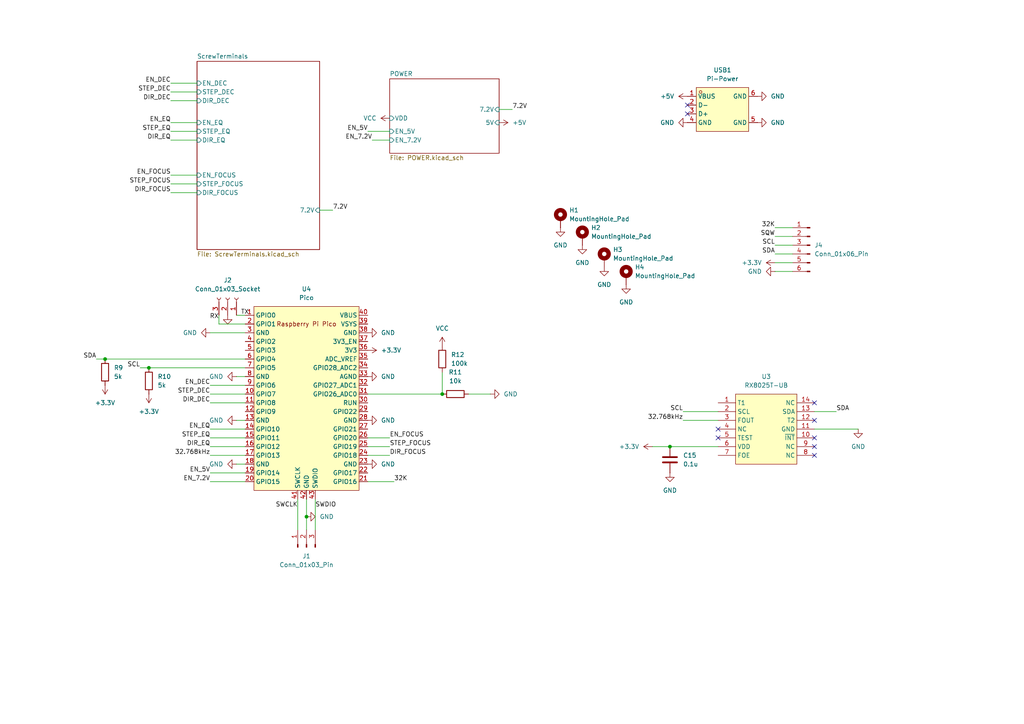
<source format=kicad_sch>
(kicad_sch (version 20231120) (generator "eeschema") (generator_version "8.0")
  (paper "A4")
  (lib_symbols
    (symbol "Connector:Conn_01x03_Pin" (pin_names (offset 1.016) hide)
      (property "Reference" "J" (at 0 5.08 0))
      (property "Value" "Conn_01x03_Pin" (at 0 -5.08 0))
      (symbol "Conn_01x03_Pin_1_1"
        (polyline (pts (xy 1.27 -2.54) (xy 0.8636 -2.54)) (stroke (width 0.1524)))
        (polyline (pts (xy 1.27 0) (xy 0.8636 0)) (stroke (width 0.1524)))
        (polyline (pts (xy 1.27 2.54) (xy 0.8636 2.54)) (stroke (width 0.1524)))
        (rectangle (start 0.8636 -2.413) (end 0 -2.667) (stroke (width 0.1524)) (fill (type outline)))
        (rectangle (start 0.8636 0.127) (end 0 -0.127) (stroke (width 0.1524)) (fill (type outline)))
        (rectangle (start 0.8636 2.667) (end 0 2.413) (stroke (width 0.1524)) (fill (type outline)))
        (pin passive line (at 5.08 2.54 180) (length 3.81) (name "Pin_1") (number "1"))
        (pin passive line (at 5.08 0 180) (length 3.81) (name "Pin_2") (number "2"))
        (pin passive line (at 5.08 -2.54 180) (length 3.81) (name "Pin_3") (number "3"))
      )
    )
    (symbol "Connector:Conn_01x03_Socket" (pin_names (offset 1.016) hide)
      (property "Reference" "J" (at 0 5.08 0))
      (property "Value" "Conn_01x03_Socket" (at 0 -5.08 0))
      (symbol "Conn_01x03_Socket_1_1"
        (arc (start 0 -2.032) (mid -0.5058 -2.54) (end 0 -3.048) (stroke (width 0.1524)))
        (polyline (pts (xy -1.27 -2.54) (xy -0.508 -2.54)) (stroke (width 0.1524)))
        (polyline (pts (xy -1.27 0) (xy -0.508 0)) (stroke (width 0.1524)))
        (polyline (pts (xy -1.27 2.54) (xy -0.508 2.54)) (stroke (width 0.1524)))
        (arc (start 0 0.508) (mid -0.5058 0) (end 0 -0.508) (stroke (width 0.1524)))
        (arc (start 0 3.048) (mid -0.5058 2.54) (end 0 2.032) (stroke (width 0.1524)))
        (pin passive line (at -5.08 2.54 0) (length 3.81) (name "Pin_1") (number "1"))
        (pin passive line (at -5.08 0 0) (length 3.81) (name "Pin_2") (number "2"))
        (pin passive line (at -5.08 -2.54 0) (length 3.81) (name "Pin_3") (number "3"))
      )
    )
    (symbol "Connector:Conn_01x06_Pin" (pin_names (offset 1.016) hide)
      (property "Reference" "J" (at 0 7.62 0))
      (property "Value" "Conn_01x06_Pin" (at 0 -10.16 0))
      (symbol "Conn_01x06_Pin_1_1"
        (polyline (pts (xy 1.27 -7.62) (xy 0.8636 -7.62)) (stroke (width 0.1524)))
        (polyline (pts (xy 1.27 -5.08) (xy 0.8636 -5.08)) (stroke (width 0.1524)))
        (polyline (pts (xy 1.27 -2.54) (xy 0.8636 -2.54)) (stroke (width 0.1524)))
        (polyline (pts (xy 1.27 0) (xy 0.8636 0)) (stroke (width 0.1524)))
        (polyline (pts (xy 1.27 2.54) (xy 0.8636 2.54)) (stroke (width 0.1524)))
        (polyline (pts (xy 1.27 5.08) (xy 0.8636 5.08)) (stroke (width 0.1524)))
        (rectangle (start 0.8636 -7.493) (end 0 -7.747) (stroke (width 0.1524)) (fill (type outline)))
        (rectangle (start 0.8636 -4.953) (end 0 -5.207) (stroke (width 0.1524)) (fill (type outline)))
        (rectangle (start 0.8636 -2.413) (end 0 -2.667) (stroke (width 0.1524)) (fill (type outline)))
        (rectangle (start 0.8636 0.127) (end 0 -0.127) (stroke (width 0.1524)) (fill (type outline)))
        (rectangle (start 0.8636 2.667) (end 0 2.413) (stroke (width 0.1524)) (fill (type outline)))
        (rectangle (start 0.8636 5.207) (end 0 4.953) (stroke (width 0.1524)) (fill (type outline)))
        (pin passive line (at 5.08 5.08 180) (length 3.81) (name "Pin_1") (number "1"))
        (pin passive line (at 5.08 2.54 180) (length 3.81) (name "Pin_2") (number "2"))
        (pin passive line (at 5.08 0 180) (length 3.81) (name "Pin_3") (number "3"))
        (pin passive line (at 5.08 -2.54 180) (length 3.81) (name "Pin_4") (number "4"))
        (pin passive line (at 5.08 -5.08 180) (length 3.81) (name "Pin_5") (number "5"))
        (pin passive line (at 5.08 -7.62 180) (length 3.81) (name "Pin_6") (number "6"))
      )
    )
    (symbol "Device:C" (pin_numbers hide) (pin_names (offset 0.254))
      (property "Reference" "C" (at 0.635 2.54 0))
      (property "Value" "C" (at 0.635 -2.54 0))
      (symbol "C_0_1"
        (polyline (pts (xy -2.032 -0.762) (xy 2.032 -0.762)) (stroke (width 0.508)))
        (polyline (pts (xy -2.032 0.762) (xy 2.032 0.762)) (stroke (width 0.508)))
      )
      (symbol "C_1_1"
        (pin passive line (at 0 3.81 270) (length 2.794) (name "~") (number "1"))
        (pin passive line (at 0 -3.81 90) (length 2.794) (name "~") (number "2"))
      )
    )
    (symbol "Device:R" (pin_numbers hide) (pin_names (offset 0))
      (property "Reference" "R" (at 2.032 0 90))
      (property "Value" "R" (at 0 0 90))
      (symbol "R_0_1"
        (rectangle (start -1.016 -2.54) (end 1.016 2.54) (stroke (width 0.254)))
      )
      (symbol "R_1_1"
        (pin passive line (at 0 3.81 270) (length 1.27) (name "~") (number "1"))
        (pin passive line (at 0 -3.81 90) (length 1.27) (name "~") (number "2"))
      )
    )
    (symbol "MCU_RaspberryPi_and_Boards:Pico"
      (property "Reference" "U" (at -13.97 27.94 0))
      (property "Value" "Pico" (at 0 19.05 0))
      (symbol "Pico_0_0"
        (text "Raspberry Pi Pico" (at 0 21.59 0) (effects (font (size 1.27 1.27))))
      )
      (symbol "Pico_0_1"
        (rectangle (start -15.24 26.67) (end 15.24 -26.67) (fill (type background)))
      )
      (symbol "Pico_1_1"
        (pin bidirectional line (at -17.78 24.13 0) (length 2.54) (name "GPIO0") (number "1"))
        (pin bidirectional line (at -17.78 1.27 0) (length 2.54) (name "GPIO7") (number "10"))
        (pin bidirectional line (at -17.78 -1.27 0) (length 2.54) (name "GPIO8") (number "11"))
        (pin bidirectional line (at -17.78 -3.81 0) (length 2.54) (name "GPIO9") (number "12"))
        (pin power_in line (at -17.78 -6.35 0) (length 2.54) (name "GND") (number "13"))
        (pin bidirectional line (at -17.78 -8.89 0) (length 2.54) (name "GPIO10") (number "14"))
        (pin bidirectional line (at -17.78 -11.43 0) (length 2.54) (name "GPIO11") (number "15"))
        (pin bidirectional line (at -17.78 -13.97 0) (length 2.54) (name "GPIO12") (number "16"))
        (pin bidirectional line (at -17.78 -16.51 0) (length 2.54) (name "GPIO13") (number "17"))
        (pin power_in line (at -17.78 -19.05 0) (length 2.54) (name "GND") (number "18"))
        (pin bidirectional line (at -17.78 -21.59 0) (length 2.54) (name "GPIO14") (number "19"))
        (pin bidirectional line (at -17.78 21.59 0) (length 2.54) (name "GPIO1") (number "2"))
        (pin bidirectional line (at -17.78 -24.13 0) (length 2.54) (name "GPIO15") (number "20"))
        (pin bidirectional line (at 17.78 -24.13 180) (length 2.54) (name "GPIO16") (number "21"))
        (pin bidirectional line (at 17.78 -21.59 180) (length 2.54) (name "GPIO17") (number "22"))
        (pin power_in line (at 17.78 -19.05 180) (length 2.54) (name "GND") (number "23"))
        (pin bidirectional line (at 17.78 -16.51 180) (length 2.54) (name "GPIO18") (number "24"))
        (pin bidirectional line (at 17.78 -13.97 180) (length 2.54) (name "GPIO19") (number "25"))
        (pin bidirectional line (at 17.78 -11.43 180) (length 2.54) (name "GPIO20") (number "26"))
        (pin bidirectional line (at 17.78 -8.89 180) (length 2.54) (name "GPIO21") (number "27"))
        (pin power_in line (at 17.78 -6.35 180) (length 2.54) (name "GND") (number "28"))
        (pin bidirectional line (at 17.78 -3.81 180) (length 2.54) (name "GPIO22") (number "29"))
        (pin power_in line (at -17.78 19.05 0) (length 2.54) (name "GND") (number "3"))
        (pin input line (at 17.78 -1.27 180) (length 2.54) (name "RUN") (number "30"))
        (pin bidirectional line (at 17.78 1.27 180) (length 2.54) (name "GPIO26_ADC0") (number "31"))
        (pin bidirectional line (at 17.78 3.81 180) (length 2.54) (name "GPIO27_ADC1") (number "32"))
        (pin power_in line (at 17.78 6.35 180) (length 2.54) (name "AGND") (number "33"))
        (pin bidirectional line (at 17.78 8.89 180) (length 2.54) (name "GPIO28_ADC2") (number "34"))
        (pin power_in line (at 17.78 11.43 180) (length 2.54) (name "ADC_VREF") (number "35"))
        (pin power_in line (at 17.78 13.97 180) (length 2.54) (name "3V3") (number "36"))
        (pin input line (at 17.78 16.51 180) (length 2.54) (name "3V3_EN") (number "37"))
        (pin bidirectional line (at 17.78 19.05 180) (length 2.54) (name "GND") (number "38"))
        (pin power_in line (at 17.78 21.59 180) (length 2.54) (name "VSYS") (number "39"))
        (pin bidirectional line (at -17.78 16.51 0) (length 2.54) (name "GPIO2") (number "4"))
        (pin power_in line (at 17.78 24.13 180) (length 2.54) (name "VBUS") (number "40"))
        (pin input line (at -2.54 -29.21 90) (length 2.54) (name "SWCLK") (number "41"))
        (pin power_in line (at 0 -29.21 90) (length 2.54) (name "GND") (number "42"))
        (pin bidirectional line (at 2.54 -29.21 90) (length 2.54) (name "SWDIO") (number "43"))
        (pin bidirectional line (at -17.78 13.97 0) (length 2.54) (name "GPIO3") (number "5"))
        (pin bidirectional line (at -17.78 11.43 0) (length 2.54) (name "GPIO4") (number "6"))
        (pin bidirectional line (at -17.78 8.89 0) (length 2.54) (name "GPIO5") (number "7"))
        (pin power_in line (at -17.78 6.35 0) (length 2.54) (name "GND") (number "8"))
        (pin bidirectional line (at -17.78 3.81 0) (length 2.54) (name "GPIO6") (number "9"))
      )
    )
    (symbol "Mechanical:MountingHole_Pad" (pin_numbers hide) (pin_names (offset 1.016) hide) (exclude_from_sim yes) (in_bom no)
      (property "Reference" "H" (at 0 6.35 0))
      (property "Value" "MountingHole_Pad" (at 0 4.445 0))
      (symbol "MountingHole_Pad_0_1"
        (circle (center 0 1.27) (radius 1.27) (stroke (width 1.27)))
      )
      (symbol "MountingHole_Pad_1_1"
        (pin input line (at 0 -2.54 90) (length 2.54) (name "1") (number "1"))
      )
    )
    (symbol "PARTS:RX8025T-UB"
      (property "Reference" "U" (at 0 12.7 0))
      (property "Value" "RX8025T-UB" (at 0 -12.7 0))
      (symbol "RX8025T-UB_0_1"
        (rectangle (start -8.89 10.16) (end 8.89 -10.16) (fill (type background)))
        (pin unspecified line (at -13.97 7.62 0) (length 5.08) (name "T1") (number "1"))
        (pin unspecified line (at 13.97 -2.54 180) (length 5.08) (name "~{INT}") (number "10"))
        (pin unspecified line (at 13.97 0 180) (length 5.08) (name "GND") (number "11"))
        (pin unspecified line (at 13.97 2.54 180) (length 5.08) (name "T2") (number "12"))
        (pin unspecified line (at 13.97 5.08 180) (length 5.08) (name "SDA") (number "13"))
        (pin unspecified line (at 13.97 7.62 180) (length 5.08) (name "NC") (number "14"))
        (pin unspecified line (at -13.97 5.08 0) (length 5.08) (name "SCL") (number "2"))
        (pin unspecified line (at -13.97 2.54 0) (length 5.08) (name "FOUT") (number "3"))
        (pin unspecified line (at -13.97 0 0) (length 5.08) (name "NC") (number "4"))
        (pin unspecified line (at -13.97 -2.54 0) (length 5.08) (name "TEST") (number "5"))
        (pin unspecified line (at -13.97 -5.08 0) (length 5.08) (name "VDD") (number "6"))
        (pin unspecified line (at -13.97 -7.62 0) (length 5.08) (name "FOE") (number "7"))
        (pin unspecified line (at 13.97 -7.62 180) (length 5.08) (name "NC") (number "8"))
        (pin unspecified line (at 13.97 -5.08 180) (length 5.08) (name "NC") (number "9"))
      )
    )
    (symbol "PARTS:USB-231-ARY"
      (property "Reference" "USB" (at 0 10.16 0))
      (property "Value" "USB-231-ARY" (at 0 -7.62 0))
      (symbol "USB-231-ARY_0_1"
        (rectangle (start -7.62 7.62) (end 7.62 -5.08) (fill (type background)))
        (circle (center -6.35 6.35) (radius 0.38))
        (pin unspecified line (at -10.16 5.08 0) (length 2.54) (name "VBUS") (number "1"))
        (pin unspecified line (at -10.16 2.54 0) (length 2.54) (name "D-") (number "2"))
        (pin unspecified line (at -10.16 0 0) (length 2.54) (name "D+") (number "3"))
        (pin unspecified line (at -10.16 -2.54 0) (length 2.54) (name "GND") (number "4"))
        (pin unspecified line (at 10.16 -2.54 180) (length 2.54) (name "GND") (number "5"))
        (pin unspecified line (at 10.16 5.08 180) (length 2.54) (name "GND") (number "6"))
      )
    )
    (symbol "power:+3.3V" (power) (pin_numbers hide) (pin_names (offset 0) hide)
      (property "Value" "+3.3V" (at 0 3.556 0))
      (symbol "+3.3V_0_1"
        (polyline (pts (xy -0.762 1.27) (xy 0 2.54)))
        (polyline (pts (xy 0 0) (xy 0 2.54)))
        (polyline (pts (xy 0 2.54) (xy 0.762 1.27)))
      )
      (symbol "+3.3V_1_1"
        (pin power_in line (at 0 0 90) (length 0) (name "~") (number "1"))
      )
    )
    (symbol "power:+5V" (power) (pin_numbers hide) (pin_names (offset 0) hide)
      (property "Value" "+5V" (at 0 3.556 0))
      (symbol "+5V_0_1"
        (polyline (pts (xy -0.762 1.27) (xy 0 2.54)))
        (polyline (pts (xy 0 0) (xy 0 2.54)))
        (polyline (pts (xy 0 2.54) (xy 0.762 1.27)))
      )
      (symbol "+5V_1_1"
        (pin power_in line (at 0 0 90) (length 0) (name "~") (number "1"))
      )
    )
    (symbol "power:GND" (power) (pin_numbers hide) (pin_names (offset 0) hide)
      (property "Value" "GND" (at 0 -3.81 0))
      (symbol "GND_0_1"
        (polyline (pts (xy 0 0) (xy 0 -1.27) (xy 1.27 -1.27) (xy 0 -2.54) (xy -1.27 -1.27) (xy 0 -1.27)))
      )
      (symbol "GND_1_1"
        (pin power_in line (at 0 0 270) (length 0) (name "~") (number "1"))
      )
    )
    (symbol "power:VCC" (power) (pin_numbers hide) (pin_names (offset 0) hide)
      (property "Value" "VCC" (at 0 3.556 0))
      (symbol "VCC_0_1"
        (polyline (pts (xy -0.762 1.27) (xy 0 2.54)))
        (polyline (pts (xy 0 0) (xy 0 2.54)))
        (polyline (pts (xy 0 2.54) (xy 0.762 1.27)))
      )
      (symbol "VCC_1_1"
        (pin power_in line (at 0 0 90) (length 0) (name "~") (number "1"))
      )
    )
  )
  (junction (at 43.18 106.68))
  (junction (at 88.9 149.86))
  (junction (at 30.48 104.14))
  (junction (at 194.31 129.54))
  (junction (at 128.27 114.3))
  (no_connect (at 236.22 121.92))
  (no_connect (at 208.28 124.46))
  (no_connect (at 236.22 132.08))
  (no_connect (at 236.22 127))
  (no_connect (at 199.39 33.02))
  (no_connect (at 199.39 30.48))
  (no_connect (at 236.22 116.84))
  (no_connect (at 208.28 127))
  (no_connect (at 236.22 129.54))
  (wire (pts (xy 96.52 60.96) (xy 92.71 60.96)))
  (wire (pts (xy 142.24 114.3) (xy 135.89 114.3)))
  (wire (pts (xy 60.96 129.54) (xy 71.12 129.54)))
  (wire (pts (xy 49.53 55.88) (xy 57.15 55.88)))
  (wire (pts (xy 198.12 119.38) (xy 208.28 119.38)))
  (wire (pts (xy 68.58 91.44) (xy 71.12 91.44)))
  (wire (pts (xy 71.12 121.92) (xy 68.58 121.92)))
  (wire (pts (xy 224.79 66.04) (xy 229.87 66.04)))
  (wire (pts (xy 198.12 121.92) (xy 208.28 121.92)))
  (wire (pts (xy 224.79 78.74) (xy 229.87 78.74)))
  (wire (pts (xy 224.79 76.2) (xy 229.87 76.2)))
  (wire (pts (xy 60.96 137.16) (xy 71.12 137.16)))
  (wire (pts (xy 63.5 93.98) (xy 71.12 93.98)))
  (wire (pts (xy 49.53 53.34) (xy 57.15 53.34)))
  (wire (pts (xy 114.3 139.7) (xy 106.68 139.7)))
  (wire (pts (xy 43.18 106.68) (xy 71.12 106.68)))
  (wire (pts (xy 71.12 134.62) (xy 68.58 134.62)))
  (wire (pts (xy 194.31 129.54) (xy 208.28 129.54)))
  (wire (pts (xy 248.92 124.46) (xy 236.22 124.46)))
  (wire (pts (xy 224.79 68.58) (xy 229.87 68.58)))
  (wire (pts (xy 113.03 132.08) (xy 106.68 132.08)))
  (wire (pts (xy 49.53 24.13) (xy 57.15 24.13)))
  (wire (pts (xy 60.96 132.08) (xy 71.12 132.08)))
  (wire (pts (xy 242.57 119.38) (xy 236.22 119.38)))
  (wire (pts (xy 49.53 50.8) (xy 57.15 50.8)))
  (wire (pts (xy 49.53 38.1) (xy 57.15 38.1)))
  (wire (pts (xy 224.79 73.66) (xy 229.87 73.66)))
  (wire (pts (xy 60.96 127) (xy 71.12 127)))
  (wire (pts (xy 107.95 40.64) (xy 113.03 40.64)))
  (wire (pts (xy 148.59 31.75) (xy 144.78 31.75)))
  (wire (pts (xy 49.53 29.21) (xy 57.15 29.21)))
  (wire (pts (xy 113.03 129.54) (xy 106.68 129.54)))
  (wire (pts (xy 49.53 26.67) (xy 57.15 26.67)))
  (wire (pts (xy 88.9 149.86) (xy 88.9 153.67)))
  (wire (pts (xy 63.5 91.44) (xy 63.5 93.98)))
  (wire (pts (xy 71.12 109.22) (xy 68.58 109.22)))
  (wire (pts (xy 27.94 104.14) (xy 30.48 104.14)))
  (wire (pts (xy 106.68 38.1) (xy 113.03 38.1)))
  (wire (pts (xy 30.48 104.14) (xy 71.12 104.14)))
  (wire (pts (xy 71.12 116.84) (xy 60.96 116.84)))
  (wire (pts (xy 189.23 129.54) (xy 194.31 129.54)))
  (wire (pts (xy 60.96 139.7) (xy 71.12 139.7)))
  (wire (pts (xy 128.27 107.95) (xy 128.27 114.3)))
  (wire (pts (xy 91.44 144.78) (xy 91.44 153.67)))
  (wire (pts (xy 71.12 111.76) (xy 60.96 111.76)))
  (wire (pts (xy 49.53 35.56) (xy 57.15 35.56)))
  (wire (pts (xy 49.53 40.64) (xy 57.15 40.64)))
  (wire (pts (xy 71.12 114.3) (xy 60.96 114.3)))
  (wire (pts (xy 113.03 127) (xy 106.68 127)))
  (wire (pts (xy 128.27 114.3) (xy 106.68 114.3)))
  (wire (pts (xy 88.9 144.78) (xy 88.9 149.86)))
  (wire (pts (xy 86.36 144.78) (xy 86.36 153.67)))
  (wire (pts (xy 224.79 71.12) (xy 229.87 71.12)))
  (wire (pts (xy 60.96 124.46) (xy 71.12 124.46)))
  (wire (pts (xy 40.64 106.68) (xy 43.18 106.68)))
  (wire (pts (xy 60.96 96.52) (xy 71.12 96.52)))
  (label "DIR_FOCUS" (at 113.03 132.08 0))
  (label "SQW" (at 224.79 68.58 180))
  (label "EN_EQ" (at 60.96 124.46 180))
  (label "DIR_DEC" (at 60.96 116.84 180))
  (label "EN_DEC" (at 49.53 24.13 180))
  (label "EN_5V" (at 60.96 137.16 180))
  (label "SWDIO" (at 91.44 147.32 0))
  (label "STEP_FOCUS" (at 49.53 53.34 180))
  (label "RX" (at 63.5 92.71 180))
  (label "SCL" (at 224.79 71.12 180))
  (label "EN_FOCUS" (at 113.03 127 0))
  (label "STEP_DEC" (at 49.53 26.67 180))
  (label "SDA" (at 27.94 104.14 180))
  (label "7.2V" (at 96.52 60.96 0))
  (label "SDA" (at 224.79 73.66 180))
  (label "STEP_EQ" (at 60.96 127 180))
  (label "EN_DEC" (at 60.96 111.76 180))
  (label "32K" (at 224.79 66.04 180))
  (label "EN_5V" (at 106.68 38.1 180))
  (label "SDA" (at 242.57 119.38 0))
  (label "7.2V" (at 148.59 31.75 0))
  (label "TX" (at 69.85 91.44 0))
  (label "DIR_FOCUS" (at 49.53 55.88 180))
  (label "EN_7.2V" (at 60.96 139.7 180))
  (label "STEP_FOCUS" (at 113.03 129.54 0))
  (label "32.768kHz" (at 60.96 132.08 180))
  (label "EN_7.2V" (at 107.95 40.64 180))
  (label "EN_FOCUS" (at 49.53 50.8 180))
  (label "DIR_EQ" (at 60.96 129.54 180))
  (label "DIR_EQ" (at 49.53 40.64 180))
  (label "DIR_DEC" (at 49.53 29.21 180))
  (label "STEP_DEC" (at 60.96 114.3 180))
  (label "EN_EQ" (at 49.53 35.56 180))
  (label "32K" (at 114.3 139.7 0))
  (label "STEP_EQ" (at 49.53 38.1 180))
  (label "32.768kHz" (at 198.12 121.92 180))
  (label "SCL" (at 40.64 106.68 180))
  (label "SCL" (at 198.12 119.38 180))
  (label "SWCLK" (at 86.36 147.32 180))
  (symbol (lib_id "power:+3.3V") (at 224.79 76.2 90) (mirror x) (unit 1)
    (property "Reference" "#PWR046" (effects (hide yes)))
    (property "Value" "+3.3V" (at 220.98 76.1999 90) (effects (justify left)))
    (property "Description" "Power symbol creates a global label with name \"+3.3V\"" (effects (hide yes)))
  )
  (symbol (lib_id "power:GND") (at 106.68 96.52 90) (unit 1)
    (property "Reference" "#PWR029" (effects (hide yes)))
    (property "Value" "GND" (at 110.49 96.5199 90) (effects (justify right)))
    (property "Description" "Power symbol creates a global label with name \"GND\" , ground" (effects (hide yes)))
  )
  (symbol (lib_id "power:GND") (at 66.04 91.44 0) (unit 1)
    (property "Reference" "#PWR037" (effects (hide yes)))
    (property "Value" "GND" (effects (hide yes)))
    (property "Description" "Power symbol creates a global label with name \"GND\" , ground" (effects (hide yes)))
  )
  (symbol (lib_id "Mechanical:MountingHole_Pad") (at 181.61 80.01 0) (unit 1) (exclude_from_sim yes) (in_bom no)
    (property "Reference" "H4" (at 184.15 77.4699 0) (effects (justify left)))
    (property "Value" "MountingHole_Pad" (at 184.15 80.0099 0) (effects (justify left)))
    (property "Footprint" "MountingHole:MountingHole_5.3mm_M5_DIN965_Pad" (effects (hide yes)))
    (property "Description" "Mounting Hole with connection" (effects (hide yes)))
  )
  (symbol (lib_id "PARTS:RX8025T-UB") (at 222.25 124.46 0) (unit 1)
    (property "Reference" "U3" (at 222.25 109.22 0))
    (property "Value" "RX8025T-UB" (at 222.25 111.76 0))
    (property "Footprint" "PARTS:SOIC-14_L10.1-W5.0-P1.27-LS7.4-BL" (effects (hide yes)))
    (property "Datasheet" "https://lcsc.com/product-detail/Real-time-Clocks_EPSON_RX8025T-UB_RX8025T-UB-X1B000281000400_C17353.html" (effects (hide yes)))
    (property "LCSC Part" "C17353" (effects (hide yes)))
  )
  (symbol (lib_id "power:GND") (at 224.79 78.74 270) (unit 1)
    (property "Reference" "#PWR047" (effects (hide yes)))
    (property "Value" "GND" (at 220.98 78.7399 90) (effects (justify right)))
    (property "Description" "Power symbol creates a global label with name \"GND\" , ground" (effects (hide yes)))
  )
  (symbol (lib_id "power:GND") (at 194.31 137.16 0) (unit 1)
    (property "Reference" "#PWR027" (effects (hide yes)))
    (property "Value" "GND" (at 194.31 142.24 0))
    (property "Description" "Power symbol creates a global label with name \"GND\" , ground" (effects (hide yes)))
  )
  (symbol (lib_id "Mechanical:MountingHole_Pad") (at 162.56 63.5 0) (unit 1) (exclude_from_sim yes) (in_bom no)
    (property "Reference" "H1" (at 165.1 60.9599 0) (effects (justify left)))
    (property "Value" "MountingHole_Pad" (at 165.1 63.4999 0) (effects (justify left)))
    (property "Footprint" "MountingHole:MountingHole_5.3mm_M5_DIN965_Pad" (effects (hide yes)))
    (property "Description" "Mounting Hole with connection" (effects (hide yes)))
  )
  (symbol (lib_id "power:GND") (at 68.58 121.92 270) (unit 1)
    (property "Reference" "#PWR035" (effects (hide yes)))
    (property "Value" "GND" (at 64.77 121.9199 90) (effects (justify right)))
    (property "Description" "Power symbol creates a global label with name \"GND\" , ground" (effects (hide yes)))
  )
  (symbol (lib_id "power:+3.3V") (at 43.18 114.3 180) (unit 1)
    (property "Reference" "#PWR041" (effects (hide yes)))
    (property "Value" "+3.3V" (at 43.18 119.3701 0))
    (property "Description" "Power symbol creates a global label with name \"+3.3V\"" (effects (hide yes)))
  )
  (symbol (lib_id "power:GND") (at 248.92 124.46 0) (unit 1)
    (property "Reference" "#PWR028" (effects (hide yes)))
    (property "Value" "GND" (at 248.92 129.54 0))
    (property "Description" "Power symbol creates a global label with name \"GND\" , ground" (effects (hide yes)))
  )
  (symbol (lib_id "power:GND") (at 219.71 35.56 90) (unit 1)
    (property "Reference" "#PWR022" (effects (hide yes)))
    (property "Value" "GND" (at 223.52 35.5599 90) (effects (justify right)))
    (property "Description" "Power symbol creates a global label with name \"GND\" , ground" (effects (hide yes)))
  )
  (symbol (lib_id "Device:R") (at 43.18 110.49 0) (unit 1)
    (property "Reference" "R10" (at 45.72 109.2199 0) (effects (justify left)))
    (property "Value" "5k" (at 45.72 111.7599 0) (effects (justify left)))
    (property "Footprint" "Resistor_SMD:R_1206_3216Metric_Pad1.30x1.75mm_HandSolder" (effects (hide yes)))
    (property "Description" "Resistor" (effects (hide yes)))
  )
  (symbol (lib_id "PARTS:USB-231-ARY") (at 209.55 33.02 0) (unit 1)
    (property "Reference" "USB1" (at 209.55 20.32 0))
    (property "Value" "Pi-Power" (at 209.55 22.86 0))
    (property "Footprint" "PARTS:USB-A-TH_USB-231-ARY" (effects (hide yes)))
    (property "Datasheet" "https://lcsc.com/product-detail/USB-Connectors_XUNPU-USB-231-ARY_C720525.html" (effects (hide yes)))
    (property "LCSC Part" "C720525" (effects (hide yes)))
  )
  (symbol (lib_id "power:GND") (at 88.9 149.86 90) (unit 1)
    (property "Reference" "#PWR033" (effects (hide yes)))
    (property "Value" "GND" (at 92.71 149.8599 90) (effects (justify right)))
    (property "Description" "Power symbol creates a global label with name \"GND\" , ground" (effects (hide yes)))
  )
  (symbol (lib_id "power:GND") (at 106.68 109.22 90) (unit 1)
    (property "Reference" "#PWR030" (effects (hide yes)))
    (property "Value" "GND" (at 110.49 109.2199 90) (effects (justify right)))
    (property "Description" "Power symbol creates a global label with name \"GND\" , ground" (effects (hide yes)))
  )
  (symbol (lib_id "Connector:Conn_01x06_Pin") (at 234.95 71.12 0) (mirror y) (unit 1)
    (property "Reference" "J4" (at 236.22 71.1199 0) (effects (justify right)))
    (property "Value" "Conn_01x06_Pin" (at 236.22 73.6599 0) (effects (justify right)))
    (property "Footprint" "Connector_PinHeader_2.54mm:PinHeader_1x06_P2.54mm_Vertical" (effects (hide yes)))
    (property "Description" "Generic connector, single row, 01x06, script generated" (effects (hide yes)))
  )
  (symbol (lib_id "power:VCC") (at 113.03 34.29 90) (unit 1)
    (property "Reference" "#PWR016" (effects (hide yes)))
    (property "Value" "VCC" (at 109.22 34.2899 90) (effects (justify left)))
    (property "Description" "Power symbol creates a global label with name \"VCC\"" (effects (hide yes)))
  )
  (symbol (lib_id "Mechanical:MountingHole_Pad") (at 168.91 68.58 0) (unit 1) (exclude_from_sim yes) (in_bom no)
    (property "Reference" "H2" (at 171.45 66.0399 0) (effects (justify left)))
    (property "Value" "MountingHole_Pad" (at 171.45 68.5799 0) (effects (justify left)))
    (property "Footprint" "MountingHole:MountingHole_5.3mm_M5_DIN965_Pad" (effects (hide yes)))
    (property "Description" "Mounting Hole with connection" (effects (hide yes)))
  )
  (symbol (lib_id "power:GND") (at 142.24 114.3 90) (unit 1)
    (property "Reference" "#PWR043" (effects (hide yes)))
    (property "Value" "GND" (at 146.05 114.2999 90) (effects (justify right)))
    (property "Description" "Power symbol creates a global label with name \"GND\" , ground" (effects (hide yes)))
  )
  (symbol (lib_id "Connector:Conn_01x03_Pin") (at 88.9 158.75 90) (unit 1)
    (property "Reference" "J1" (at 88.9 161.29 90))
    (property "Value" "Conn_01x03_Pin" (at 88.9 163.83 90))
    (property "Footprint" "Connector_PinHeader_2.54mm:PinHeader_1x03_P2.54mm_Vertical" (effects (hide yes)))
    (property "Description" "Generic connector, single row, 01x03, script generated" (effects (hide yes)))
  )
  (symbol (lib_id "power:GND") (at 162.56 66.04 0) (unit 1)
    (property "Reference" "#PWR048" (effects (hide yes)))
    (property "Value" "GND" (at 162.56 71.12 0))
    (property "Description" "Power symbol creates a global label with name \"GND\" , ground" (effects (hide yes)))
  )
  (symbol (lib_id "power:GND") (at 168.91 71.12 0) (unit 1)
    (property "Reference" "#PWR049" (effects (hide yes)))
    (property "Value" "GND" (at 168.91 76.2 0))
    (property "Description" "Power symbol creates a global label with name \"GND\" , ground" (effects (hide yes)))
  )
  (symbol (lib_id "Connector:Conn_01x03_Socket") (at 66.04 86.36 270) (mirror x) (unit 1)
    (property "Reference" "J2" (at 66.04 81.28 90))
    (property "Value" "Conn_01x03_Socket" (at 66.04 83.82 90))
    (property "Footprint" "Connector_PinHeader_2.54mm:PinHeader_1x03_P2.54mm_Vertical" (effects (hide yes)))
    (property "Description" "Generic connector, single row, 01x03, script generated" (effects (hide yes)))
  )
  (symbol (lib_id "MCU_RaspberryPi_and_Boards:Pico") (at 88.9 115.57 0) (unit 1)
    (property "Reference" "U4" (at 88.9 83.82 0))
    (property "Value" "Pico" (at 88.9 86.36 0))
    (property "Footprint" "MCU_RaspberryPi_and_Boards:RPi_Pico_SMD_TH" (effects (hide yes)))
  )
  (symbol (lib_id "power:+3.3V") (at 189.23 129.54 90) (unit 1)
    (property "Reference" "#PWR039" (effects (hide yes)))
    (property "Value" "+3.3V" (at 185.42 129.5399 90) (effects (justify left)))
    (property "Description" "Power symbol creates a global label with name \"+3.3V\"" (effects (hide yes)))
  )
  (symbol (lib_id "Mechanical:MountingHole_Pad") (at 175.26 74.93 0) (unit 1) (exclude_from_sim yes) (in_bom no)
    (property "Reference" "H3" (at 177.8 72.3899 0) (effects (justify left)))
    (property "Value" "MountingHole_Pad" (at 177.8 74.9299 0) (effects (justify left)))
    (property "Footprint" "MountingHole:MountingHole_5.3mm_M5_DIN965_Pad" (effects (hide yes)))
    (property "Description" "Mounting Hole with connection" (effects (hide yes)))
  )
  (symbol (lib_id "power:GND") (at 68.58 109.22 270) (unit 1)
    (property "Reference" "#PWR036" (effects (hide yes)))
    (property "Value" "GND" (at 64.77 109.2199 90) (effects (justify right)))
    (property "Description" "Power symbol creates a global label with name \"GND\" , ground" (effects (hide yes)))
  )
  (symbol (lib_id "power:GND") (at 106.68 134.62 90) (unit 1)
    (property "Reference" "#PWR032" (effects (hide yes)))
    (property "Value" "GND" (at 110.49 134.6199 90) (effects (justify right)))
    (property "Description" "Power symbol creates a global label with name \"GND\" , ground" (effects (hide yes)))
  )
  (symbol (lib_id "power:GND") (at 60.96 96.52 270) (unit 1)
    (property "Reference" "#PWR044" (effects (hide yes)))
    (property "Value" "GND" (at 57.15 96.5199 90) (effects (justify right)))
    (property "Description" "Power symbol creates a global label with name \"GND\" , ground" (effects (hide yes)))
  )
  (symbol (lib_id "Device:R") (at 128.27 104.14 0) (unit 1)
    (property "Reference" "R12" (at 130.81 102.8699 0) (effects (justify left)))
    (property "Value" "100k" (at 130.81 105.4099 0) (effects (justify left)))
    (property "Footprint" "Resistor_SMD:R_1206_3216Metric_Pad1.30x1.75mm_HandSolder" (effects (hide yes)))
    (property "Description" "Resistor" (effects (hide yes)))
  )
  (symbol (lib_id "Device:R") (at 132.08 114.3 270) (unit 1)
    (property "Reference" "R11" (at 132.08 107.95 90))
    (property "Value" "10k" (at 132.08 110.49 90))
    (property "Footprint" "Resistor_SMD:R_1206_3216Metric_Pad1.30x1.75mm_HandSolder" (effects (hide yes)))
    (property "Description" "Resistor" (effects (hide yes)))
  )
  (symbol (lib_id "power:GND") (at 181.61 82.55 0) (unit 1)
    (property "Reference" "#PWR051" (effects (hide yes)))
    (property "Value" "GND" (at 181.61 87.63 0))
    (property "Description" "Power symbol creates a global label with name \"GND\" , ground" (effects (hide yes)))
  )
  (symbol (lib_id "power:+5V") (at 199.39 27.94 90) (unit 1)
    (property "Reference" "#PWR020" (effects (hide yes)))
    (property "Value" "+5V" (at 195.58 27.9399 90) (effects (justify left)))
    (property "Description" "Power symbol creates a global label with name \"+5V\"" (effects (hide yes)))
  )
  (symbol (lib_id "power:GND") (at 68.58 134.62 270) (unit 1)
    (property "Reference" "#PWR034" (effects (hide yes)))
    (property "Value" "GND" (at 64.77 134.6199 90) (effects (justify right)))
    (property "Description" "Power symbol creates a global label with name \"GND\" , ground" (effects (hide yes)))
  )
  (symbol (lib_id "power:VCC") (at 128.27 100.33 0) (unit 1)
    (property "Reference" "#PWR042" (effects (hide yes)))
    (property "Value" "VCC" (at 128.27 95.25 0))
    (property "Description" "Power symbol creates a global label with name \"VCC\"" (effects (hide yes)))
  )
  (symbol (lib_id "power:+3.3V") (at 30.48 111.76 180) (unit 1)
    (property "Reference" "#PWR040" (effects (hide yes)))
    (property "Value" "+3.3V" (at 30.48 116.84 0))
    (property "Description" "Power symbol creates a global label with name \"+3.3V\"" (effects (hide yes)))
  )
  (symbol (lib_id "power:GND") (at 175.26 77.47 0) (unit 1)
    (property "Reference" "#PWR050" (effects (hide yes)))
    (property "Value" "GND" (at 175.26 82.55 0))
    (property "Description" "Power symbol creates a global label with name \"GND\" , ground" (effects (hide yes)))
  )
  (symbol (lib_id "power:GND") (at 199.39 35.56 270) (unit 1)
    (property "Reference" "#PWR024" (effects (hide yes)))
    (property "Value" "GND" (at 195.58 35.5599 90) (effects (justify right)))
    (property "Description" "Power symbol creates a global label with name \"GND\" , ground" (effects (hide yes)))
  )
  (symbol (lib_id "power:GND") (at 219.71 27.94 90) (unit 1)
    (property "Reference" "#PWR023" (effects (hide yes)))
    (property "Value" "GND" (at 223.52 27.9399 90) (effects (justify right)))
    (property "Description" "Power symbol creates a global label with name \"GND\" , ground" (effects (hide yes)))
  )
  (symbol (lib_id "power:+5V") (at 144.78 35.56 270) (unit 1)
    (property "Reference" "#PWR021" (effects (hide yes)))
    (property "Value" "+5V" (at 148.59 35.5599 90) (effects (justify left)))
    (property "Description" "Power symbol creates a global label with name \"+5V\"" (effects (hide yes)))
  )
  (symbol (lib_id "power:+3.3V") (at 106.68 101.6 270) (unit 1)
    (property "Reference" "#PWR038" (effects (hide yes)))
    (property "Value" "+3.3V" (at 110.49 101.5999 90) (effects (justify left)))
    (property "Description" "Power symbol creates a global label with name \"+3.3V\"" (effects (hide yes)))
  )
  (symbol (lib_id "Device:C") (at 194.31 133.35 180) (unit 1)
    (property "Reference" "C15" (at 198.12 132.0799 0) (effects (justify right)))
    (property "Value" "0.1u" (at 198.12 134.6199 0) (effects (justify right)))
    (property "Footprint" "Capacitor_SMD:C_1206_3216Metric_Pad1.33x1.80mm_HandSolder" (effects (hide yes)))
    (property "Description" "Unpolarized capacitor" (effects (hide yes)))
  )
  (symbol (lib_id "power:GND") (at 106.68 121.92 90) (unit 1)
    (property "Reference" "#PWR031" (effects (hide yes)))
    (property "Value" "GND" (at 110.49 121.9199 90) (effects (justify right)))
    (property "Description" "Power symbol creates a global label with name \"GND\" , ground" (effects (hide yes)))
  )
  (symbol (lib_id "Device:R") (at 30.48 107.95 0) (unit 1)
    (property "Reference" "R9" (at 33.02 106.6799 0) (effects (justify left)))
    (property "Value" "5k" (at 33.02 109.2199 0) (effects (justify left)))
    (property "Footprint" "Resistor_SMD:R_1206_3216Metric_Pad1.30x1.75mm_HandSolder" (effects (hide yes)))
    (property "Description" "Resistor" (effects (hide yes)))
  )
  (sheet (at 113.03 22.86) (size 31.75 21.59) (stroke (width 0.1524))
    (property "Sheetname" "POWER" (at 113.03 22.1484 0) (effects (justify left bottom)))
    (property "Sheetfile" "POWER.kicad_sch" (at 113.03 45.0346 0) (effects (justify left top)))
    (pin "7.2V" input (at 144.78 31.75 0))
    (pin "5V" input (at 144.78 35.56 0))
    (pin "VDD" input (at 113.03 34.29 180))
    (pin "EN_5V" input (at 113.03 38.1 180))
    (pin "EN_7.2V" input (at 113.03 40.64 180))
  )
  (sheet (at 57.15 17.78) (size 35.56 54.61) (stroke (width 0.1524))
    (property "Sheetname" "ScrewTerminals" (at 57.15 17.0684 0) (effects (justify left bottom)))
    (property "Sheetfile" "ScrewTerminals.kicad_sch" (at 57.15 72.9746 0) (effects (justify left top)))
    (pin "EN_FOCUS" input (at 57.15 50.8 180))
    (pin "STEP_FOCUS" input (at 57.15 53.34 180))
    (pin "DIR_FOCUS" input (at 57.15 55.88 180))
    (pin "EN_EQ" input (at 57.15 35.56 180))
    (pin "STEP_EQ" input (at 57.15 38.1 180))
    (pin "DIR_EQ" input (at 57.15 40.64 180))
    (pin "EN_DEC" input (at 57.15 24.13 180))
    (pin "STEP_DEC" input (at 57.15 26.67 180))
    (pin "DIR_DEC" input (at 57.15 29.21 180))
    (pin "7.2V" input (at 92.71 60.96 0))
  )
)
</source>
